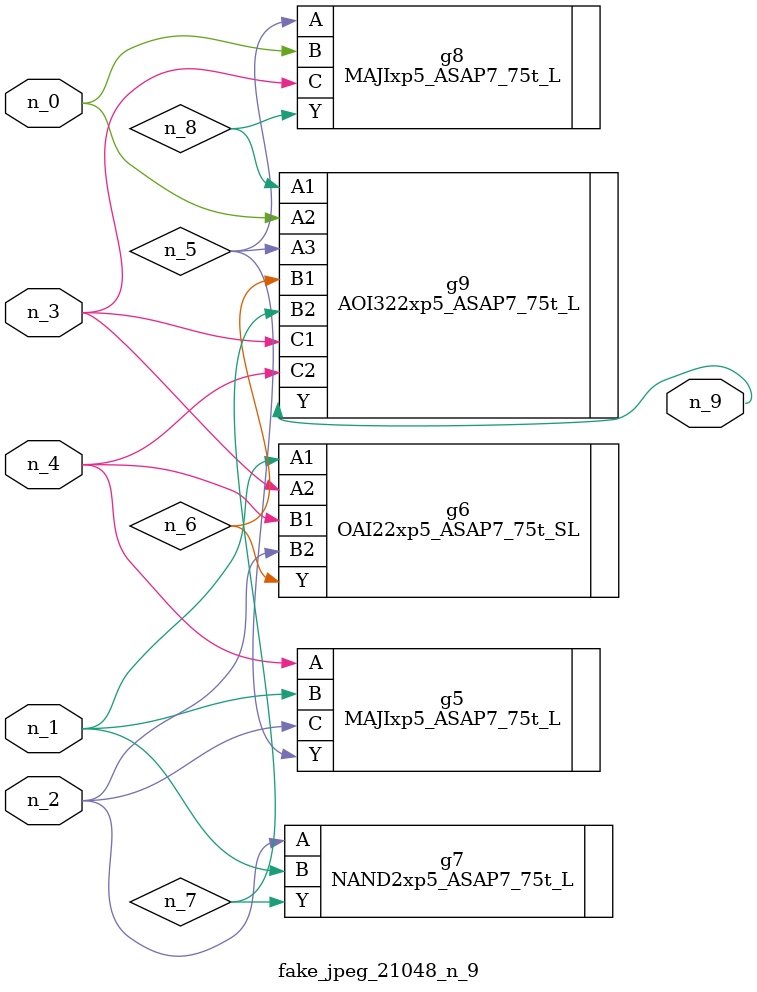
<source format=v>
module fake_jpeg_21048_n_9 (n_3, n_2, n_1, n_0, n_4, n_9);

input n_3;
input n_2;
input n_1;
input n_0;
input n_4;

output n_9;

wire n_8;
wire n_6;
wire n_5;
wire n_7;

MAJIxp5_ASAP7_75t_L g5 ( 
.A(n_4),
.B(n_1),
.C(n_2),
.Y(n_5)
);

OAI22xp5_ASAP7_75t_SL g6 ( 
.A1(n_1),
.A2(n_3),
.B1(n_4),
.B2(n_2),
.Y(n_6)
);

NAND2xp5_ASAP7_75t_L g7 ( 
.A(n_2),
.B(n_1),
.Y(n_7)
);

MAJIxp5_ASAP7_75t_L g8 ( 
.A(n_5),
.B(n_0),
.C(n_3),
.Y(n_8)
);

AOI322xp5_ASAP7_75t_L g9 ( 
.A1(n_8),
.A2(n_0),
.A3(n_5),
.B1(n_6),
.B2(n_7),
.C1(n_3),
.C2(n_4),
.Y(n_9)
);


endmodule
</source>
